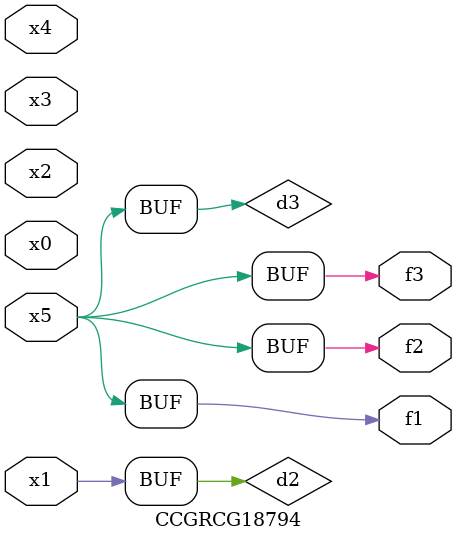
<source format=v>
module CCGRCG18794(
	input x0, x1, x2, x3, x4, x5,
	output f1, f2, f3
);

	wire d1, d2, d3;

	not (d1, x5);
	or (d2, x1);
	xnor (d3, d1);
	assign f1 = d3;
	assign f2 = d3;
	assign f3 = d3;
endmodule

</source>
